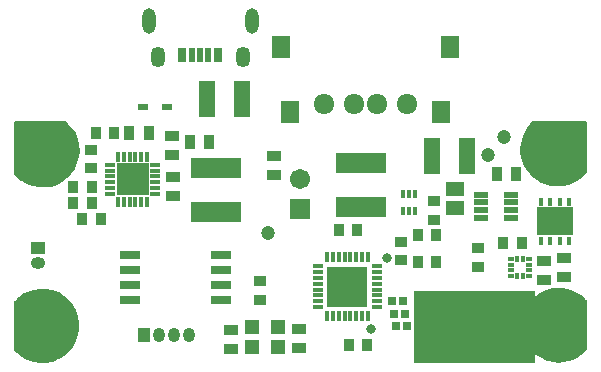
<source format=gbr>
%TF.GenerationSoftware,Altium Limited,Altium Designer,19.0.11 (319)*%
G04 Layer_Color=8388736*
%FSLAX26Y26*%
%MOIN*%
%TF.FileFunction,Soldermask,Top*%
%TF.Part,Single*%
G01*
G75*
%TA.AperFunction,SMDPad,CuDef*%
%ADD76R,0.035559X0.043433*%
%ADD81R,0.043433X0.035559*%
%ADD82R,0.046433X0.038000*%
%ADD83R,0.038000X0.046433*%
%TA.AperFunction,ComponentPad*%
%ADD84O,0.067055X0.070992*%
%ADD85R,0.059181X0.076898*%
%ADD86R,0.067055X0.067055*%
%ADD87C,0.067055*%
%ADD88R,0.048000X0.039496*%
%ADD89O,0.048000X0.039496*%
%TA.AperFunction,SMDPad,CuDef*%
%ADD90C,0.023000*%
%TA.AperFunction,ComponentPad*%
%ADD91O,0.039496X0.048000*%
%ADD92R,0.039496X0.048000*%
%ADD93O,0.043433X0.084772*%
%ADD94O,0.049339X0.069024*%
%TA.AperFunction,ViaPad*%
%ADD95C,0.165480*%
%TA.AperFunction,TestPad*%
%ADD96C,0.031622*%
%ADD97C,0.047370*%
%TA.AperFunction,ViaPad*%
%ADD98C,0.025716*%
%TA.AperFunction,SMDPad,CuDef*%
%ADD117R,0.019527X0.016378*%
%ADD118R,0.016378X0.019527*%
%ADD119R,0.132016X0.132016*%
%ADD120R,0.016323X0.036614*%
%ADD121R,0.036614X0.016323*%
%TA.AperFunction,ConnectorPad*%
%ADD122R,0.047370X0.086740*%
%ADD123R,0.118236X0.035559*%
%TA.AperFunction,SMDPad,CuDef*%
%ADD124R,0.068000X0.029000*%
%ADD125R,0.049087X0.023622*%
%ADD126R,0.035953X0.023866*%
%ADD127R,0.123622X0.092126*%
%ADD128R,0.017323X0.025197*%
%ADD129R,0.017716X0.031496*%
%ADD130R,0.111417X0.111417*%
%ADD131R,0.034252X0.015354*%
%ADD132R,0.015354X0.034252*%
%ADD133R,0.056819X0.118630*%
%ADD134R,0.165480X0.067055*%
%ADD135R,0.063118X0.047370*%
G04:AMPARAMS|DCode=136|XSize=29.654mil|YSize=29.654mil|CornerRadius=9.413mil|HoleSize=0mil|Usage=FLASHONLY|Rotation=0.000|XOffset=0mil|YOffset=0mil|HoleType=Round|Shape=RoundedRectangle|*
%AMROUNDEDRECTD136*
21,1,0.029654,0.010827,0,0,0.0*
21,1,0.010827,0.029654,0,0,0.0*
1,1,0.018827,0.005413,-0.005413*
1,1,0.018827,-0.005413,-0.005413*
1,1,0.018827,-0.005413,0.005413*
1,1,0.018827,0.005413,0.005413*
%
%ADD136ROUNDEDRECTD136*%
%ADD137R,0.029654X0.029654*%
%ADD138R,0.051307X0.046583*%
%TA.AperFunction,ConnectorPad*%
%ADD139R,0.029921X0.049606*%
%ADD140R,0.022047X0.049606*%
G36*
X1904534Y806174D02*
X1904786Y806157D01*
X1905051Y806140D01*
X1905054Y806139D01*
X1905057Y806139D01*
X1905310Y806088D01*
X1905565Y806037D01*
X1905568Y806036D01*
X1905572Y806036D01*
X1905831Y805947D01*
X1906062Y805869D01*
X1906064Y805867D01*
X1906068Y805866D01*
X1906308Y805748D01*
X1906532Y805637D01*
X1906535Y805635D01*
X1906538Y805634D01*
X1906752Y805490D01*
X1906968Y805346D01*
X1906970Y805343D01*
X1906973Y805342D01*
X1907167Y805171D01*
X1907362Y805000D01*
X1907364Y804997D01*
X1907367Y804995D01*
X1907530Y804809D01*
X1907708Y804606D01*
X1907710Y804603D01*
X1907712Y804600D01*
X1907850Y804393D01*
X1907999Y804170D01*
X1908001Y804167D01*
X1908002Y804164D01*
X1908116Y803934D01*
X1908231Y803699D01*
X1908232Y803696D01*
X1908234Y803693D01*
X1908313Y803457D01*
X1908400Y803203D01*
X1908400Y803200D01*
X1908401Y803197D01*
X1908453Y802935D01*
X1908502Y802689D01*
X1908502Y802686D01*
X1908503Y802682D01*
X1908520Y802410D01*
X1908536Y802165D01*
Y636811D01*
X1908531Y636734D01*
X1908533Y636658D01*
X1908514Y636476D01*
X1908502Y636288D01*
X1908487Y636211D01*
X1908479Y636137D01*
X1908437Y635959D01*
X1908400Y635774D01*
X1908375Y635700D01*
X1908357Y635627D01*
X1908292Y635456D01*
X1908231Y635277D01*
X1908197Y635207D01*
X1908170Y635137D01*
X1908082Y634975D01*
X1907999Y634807D01*
X1907956Y634743D01*
X1907920Y634676D01*
X1907812Y634526D01*
X1907708Y634371D01*
X1907657Y634313D01*
X1907612Y634251D01*
X1901301Y626646D01*
X1901255Y626597D01*
X1901215Y626545D01*
X1901076Y626408D01*
X1900941Y626265D01*
X1900889Y626223D01*
X1900842Y626176D01*
X1885905Y613231D01*
X1885852Y613190D01*
X1885803Y613145D01*
X1885643Y613032D01*
X1885487Y612914D01*
X1885430Y612881D01*
X1885375Y612842D01*
X1868525Y602510D01*
X1868466Y602479D01*
X1868411Y602442D01*
X1868234Y602357D01*
X1868061Y602266D01*
X1867999Y602243D01*
X1867939Y602213D01*
X1849627Y594771D01*
X1849564Y594750D01*
X1849504Y594723D01*
X1849315Y594668D01*
X1849130Y594606D01*
X1849064Y594593D01*
X1849001Y594575D01*
X1829720Y590223D01*
X1829654Y590212D01*
X1829590Y590196D01*
X1829396Y590172D01*
X1829202Y590141D01*
X1829135Y590139D01*
X1829069Y590131D01*
X1809336Y588986D01*
X1809270Y588987D01*
X1809204Y588981D01*
X1809006Y588989D01*
X1808812Y588990D01*
X1808747Y589000D01*
X1808680Y589002D01*
X1789025Y591095D01*
X1788959Y591107D01*
X1788893Y591112D01*
X1788703Y591151D01*
X1788508Y591185D01*
X1788444Y591205D01*
X1788380Y591218D01*
X1769330Y596493D01*
X1769267Y596515D01*
X1769203Y596531D01*
X1769021Y596601D01*
X1768835Y596666D01*
X1768776Y596696D01*
X1768714Y596720D01*
X1750782Y605034D01*
X1750723Y605066D01*
X1750662Y605092D01*
X1750494Y605192D01*
X1750322Y605285D01*
X1750268Y605325D01*
X1750211Y605359D01*
X1733877Y616490D01*
X1733825Y616531D01*
X1733769Y616567D01*
X1733619Y616692D01*
X1733464Y616813D01*
X1733417Y616861D01*
X1733367Y616903D01*
X1719070Y630553D01*
X1719025Y630602D01*
X1718976Y630646D01*
X1718847Y630796D01*
X1718715Y630939D01*
X1718677Y630993D01*
X1718634Y631044D01*
X1706758Y646845D01*
X1706722Y646901D01*
X1706680Y646952D01*
X1706579Y647119D01*
X1706472Y647284D01*
X1706443Y647343D01*
X1706408Y647400D01*
X1697273Y664929D01*
X1697245Y664990D01*
X1697213Y665048D01*
X1697141Y665228D01*
X1697061Y665409D01*
X1697043Y665473D01*
X1697018Y665534D01*
X1690867Y684319D01*
X1690851Y684384D01*
X1690828Y684446D01*
X1690786Y684637D01*
X1690737Y684827D01*
X1690729Y684893D01*
X1690715Y684958D01*
X1687715Y704495D01*
X1687709Y704562D01*
X1687697Y704627D01*
X1687686Y704820D01*
X1687669Y705017D01*
X1687672Y705084D01*
X1687669Y705150D01*
X1687899Y724915D01*
X1687904Y724981D01*
X1687903Y725048D01*
X1687925Y725244D01*
X1687940Y725438D01*
X1687953Y725502D01*
X1687961Y725569D01*
X1691416Y745030D01*
X1691432Y745095D01*
X1691441Y745161D01*
X1691494Y745349D01*
X1691541Y745539D01*
X1691565Y745601D01*
X1691583Y745665D01*
X1698170Y764302D01*
X1698197Y764363D01*
X1698217Y764426D01*
X1698300Y764603D01*
X1698377Y764784D01*
X1698411Y764840D01*
X1698439Y764901D01*
X1707981Y782211D01*
X1708017Y782268D01*
X1708047Y782326D01*
X1708158Y782488D01*
X1708264Y782653D01*
X1708307Y782703D01*
X1708345Y782759D01*
X1720585Y798278D01*
X1720630Y798328D01*
X1720669Y798381D01*
X1720805Y798522D01*
X1720936Y798668D01*
X1720987Y798711D01*
X1721033Y798759D01*
X1728339Y805415D01*
X1728474Y805523D01*
X1728603Y805636D01*
X1728678Y805685D01*
X1728748Y805742D01*
X1728898Y805832D01*
X1729040Y805927D01*
X1729120Y805966D01*
X1729198Y806013D01*
X1729356Y806082D01*
X1729511Y806158D01*
X1729596Y806187D01*
X1729678Y806222D01*
X1729843Y806270D01*
X1730007Y806325D01*
X1730096Y806343D01*
X1730182Y806368D01*
X1730351Y806393D01*
X1730522Y806427D01*
X1730612Y806433D01*
X1730700Y806446D01*
X1730872Y806449D01*
X1731045Y806460D01*
X1904534Y806174D01*
D02*
G37*
G36*
X170353Y806169D02*
X170428Y806171D01*
X170610Y806152D01*
X170799Y806140D01*
X170875Y806124D01*
X170950Y806117D01*
X171127Y806074D01*
X171313Y806037D01*
X171387Y806012D01*
X171460Y805995D01*
X171630Y805930D01*
X171810Y805869D01*
X171880Y805834D01*
X171950Y805808D01*
X172111Y805720D01*
X172280Y805637D01*
X172344Y805594D01*
X172411Y805558D01*
X172559Y805450D01*
X172716Y805346D01*
X172774Y805294D01*
X172835Y805250D01*
X180441Y798939D01*
X180490Y798893D01*
X180542Y798853D01*
X180679Y798714D01*
X180822Y798579D01*
X180864Y798527D01*
X180910Y798480D01*
X193856Y783543D01*
X193896Y783490D01*
X193941Y783441D01*
X194055Y783281D01*
X194173Y783125D01*
X194205Y783068D01*
X194244Y783013D01*
X204577Y766163D01*
X204608Y766104D01*
X204644Y766048D01*
X204730Y765872D01*
X204821Y765699D01*
X204844Y765637D01*
X204873Y765577D01*
X212315Y747265D01*
X212336Y747202D01*
X212363Y747141D01*
X212419Y746953D01*
X212481Y746768D01*
X212493Y746702D01*
X212512Y746638D01*
X216864Y727357D01*
X216874Y727292D01*
X216891Y727227D01*
X216915Y727034D01*
X216946Y726840D01*
X216947Y726773D01*
X216956Y726707D01*
X218100Y706974D01*
X218100Y706908D01*
X218106Y706841D01*
X218098Y706644D01*
X218096Y706450D01*
X218087Y706385D01*
X218084Y706317D01*
X215991Y686663D01*
X215980Y686597D01*
X215975Y686531D01*
X215935Y686340D01*
X215902Y686146D01*
X215882Y686082D01*
X215868Y686017D01*
X210594Y666968D01*
X210572Y666905D01*
X210556Y666841D01*
X210486Y666659D01*
X210421Y666473D01*
X210391Y666414D01*
X210367Y666352D01*
X202052Y648420D01*
X202020Y648361D01*
X201994Y648300D01*
X201895Y648131D01*
X201801Y647959D01*
X201762Y647906D01*
X201728Y647848D01*
X190596Y631515D01*
X190555Y631462D01*
X190520Y631406D01*
X190394Y631257D01*
X190273Y631102D01*
X190226Y631055D01*
X190183Y631004D01*
X176534Y616708D01*
X176485Y616663D01*
X176440Y616613D01*
X176291Y616485D01*
X176148Y616353D01*
X176093Y616315D01*
X176043Y616272D01*
X160242Y604396D01*
X160185Y604359D01*
X160134Y604318D01*
X159968Y604217D01*
X159803Y604109D01*
X159743Y604081D01*
X159686Y604046D01*
X142158Y594910D01*
X142096Y594883D01*
X142039Y594851D01*
X141859Y594779D01*
X141678Y594699D01*
X141614Y594680D01*
X141552Y594656D01*
X122768Y588505D01*
X122703Y588489D01*
X122641Y588466D01*
X122449Y588424D01*
X122260Y588375D01*
X122194Y588367D01*
X122129Y588353D01*
X102592Y585352D01*
X102525Y585347D01*
X102460Y585335D01*
X102267Y585324D01*
X102069Y585307D01*
X102002Y585310D01*
X101936Y585306D01*
X82172Y585537D01*
X82106Y585542D01*
X82039Y585541D01*
X81843Y585562D01*
X81649Y585577D01*
X81585Y585591D01*
X81518Y585598D01*
X62056Y589054D01*
X61992Y589070D01*
X61926Y589079D01*
X61738Y589132D01*
X61547Y589179D01*
X61485Y589203D01*
X61421Y589221D01*
X42785Y595808D01*
X42723Y595835D01*
X42660Y595855D01*
X42483Y595938D01*
X42303Y596015D01*
X42246Y596049D01*
X42186Y596077D01*
X24875Y605619D01*
X24819Y605655D01*
X24760Y605685D01*
X24599Y605796D01*
X24434Y605902D01*
X24383Y605944D01*
X24328Y605982D01*
X8809Y618223D01*
X8759Y618268D01*
X8706Y618307D01*
X8565Y618443D01*
X8419Y618574D01*
X8376Y618625D01*
X8328Y618671D01*
X1672Y625976D01*
X1564Y626111D01*
X1451Y626241D01*
X1401Y626315D01*
X1345Y626386D01*
X1255Y626535D01*
X1160Y626678D01*
X1121Y626758D01*
X1074Y626835D01*
X1005Y626994D01*
X929Y627148D01*
X900Y627234D01*
X864Y627316D01*
X816Y627481D01*
X761Y627645D01*
X744Y627734D01*
X719Y627820D01*
X693Y627989D01*
X660Y628160D01*
X654Y628250D01*
X641Y628338D01*
X637Y628510D01*
X626Y628683D01*
X913Y802172D01*
X930Y802423D01*
X947Y802689D01*
X948Y802692D01*
X948Y802695D01*
X999Y802948D01*
X1049Y803203D01*
X1050Y803206D01*
X1051Y803209D01*
X1140Y803469D01*
X1218Y803699D01*
X1219Y803702D01*
X1220Y803706D01*
X1339Y803945D01*
X1450Y804170D01*
X1452Y804173D01*
X1453Y804175D01*
X1597Y804389D01*
X1741Y804606D01*
X1743Y804608D01*
X1745Y804611D01*
X1916Y804805D01*
X2087Y805000D01*
X2089Y805002D01*
X2091Y805005D01*
X2278Y805167D01*
X2481Y805346D01*
X2484Y805348D01*
X2486Y805350D01*
X2693Y805487D01*
X2917Y805637D01*
X2920Y805638D01*
X2923Y805640D01*
X3153Y805753D01*
X3387Y805869D01*
X3391Y805870D01*
X3393Y805871D01*
X3630Y805951D01*
X3884Y806037D01*
X3887Y806038D01*
X3890Y806039D01*
X4152Y806091D01*
X4398Y806140D01*
X4401Y806140D01*
X4405Y806141D01*
X4676Y806158D01*
X4921Y806174D01*
X170276D01*
X170353Y806169D01*
D02*
G37*
G36*
X1830048Y249297D02*
X1830294Y249268D01*
X1830566Y249236D01*
X1845930Y246423D01*
X1846203Y246355D01*
X1846436Y246296D01*
X1846439Y246295D01*
D01*
D01*
X1861305Y241513D01*
X1861533Y241423D01*
X1861790Y241321D01*
X1875913Y234648D01*
X1876179Y234501D01*
X1876369Y234395D01*
X1876371Y234394D01*
X1876372D01*
X1876372Y234394D01*
X1889506Y225946D01*
X1889716Y225791D01*
X1889926Y225636D01*
X1901852Y215555D01*
X1901853Y215555D01*
X1901853Y215554D01*
X1901855Y215553D01*
X1902023Y215391D01*
X1902231Y215191D01*
X1907490Y209418D01*
X1907591Y209291D01*
X1907708Y209159D01*
X1907762Y209078D01*
X1907817Y209008D01*
X1907901Y208869D01*
X1907902Y208868D01*
X1907999Y208723D01*
X1908042Y208636D01*
X1908088Y208559D01*
X1908153Y208411D01*
X1908231Y208253D01*
X1908262Y208161D01*
X1908298Y208079D01*
X1908343Y207922D01*
X1908399Y207756D01*
X1908418Y207661D01*
X1908443Y207575D01*
X1908468Y207413D01*
X1908502Y207242D01*
X1908508Y207146D01*
X1908522Y207056D01*
X1908525Y206893D01*
X1908536Y206719D01*
X1908539Y45299D01*
X1908528Y45130D01*
X1908525Y44961D01*
X1908511Y44869D01*
X1908505Y44776D01*
X1908472Y44609D01*
X1908447Y44442D01*
X1908421Y44352D01*
X1908403Y44261D01*
X1908348Y44101D01*
X1908301Y43938D01*
X1908264Y43853D01*
X1908234Y43765D01*
X1908159Y43613D01*
X1908091Y43458D01*
X1908043Y43377D01*
X1908002Y43294D01*
X1907909Y43155D01*
X1907821Y43009D01*
X1907762Y42935D01*
X1907711Y42858D01*
X1907600Y42732D01*
X1907494Y42599D01*
X1902244Y36837D01*
X1902244Y36837D01*
X1902244Y36837D01*
X1902242Y36834D01*
X1902081Y36680D01*
X1901867Y36473D01*
X1889957Y26402D01*
X1889759Y26256D01*
X1889539Y26093D01*
X1876424Y17651D01*
X1876176Y17513D01*
X1875969Y17398D01*
X1875966Y17397D01*
X1875966Y17396D01*
X1875965Y17396D01*
X1861874Y10728D01*
X1861874Y10728D01*
X1861874D01*
X1861871Y10727D01*
X1861614Y10625D01*
X1861387Y10535D01*
X1861384Y10534D01*
X1861383Y10534D01*
X1861383Y10534D01*
X1846543Y5747D01*
X1846271Y5678D01*
X1846038Y5620D01*
X1846035Y5619D01*
X1846035Y5619D01*
X1846034Y5619D01*
X1830699Y2796D01*
X1830476Y2769D01*
X1830182Y2735D01*
X1814607Y1923D01*
X1814348Y1926D01*
X1814086Y1929D01*
X1798537Y3142D01*
X1798189Y3193D01*
X1798021Y3217D01*
X1798019Y3217D01*
X1798018Y3217D01*
X1798017Y3218D01*
X1782764Y6434D01*
X1782764Y6434D01*
X1782763Y6434D01*
X1782760Y6435D01*
X1782564Y6490D01*
X1782259Y6575D01*
X1767543Y11744D01*
X1767289Y11852D01*
X1767065Y11948D01*
X1753147Y18978D01*
X1753146Y18978D01*
X1753146Y18979D01*
X1753143Y18980D01*
X1752952Y19093D01*
X1752695Y19244D01*
X1739802Y28022D01*
X1739595Y28183D01*
X1739392Y28342D01*
X1735236Y32043D01*
Y0D01*
X1333661D01*
Y239173D01*
X1735236D01*
Y219978D01*
X1739172Y223501D01*
X1739419Y223695D01*
X1739583Y223823D01*
X1739584Y223824D01*
X1739585Y223825D01*
X1739586Y223825D01*
X1752473Y232639D01*
X1752473Y232639D01*
X1752474Y232640D01*
X1752475Y232641D01*
X1752666Y232754D01*
X1752924Y232907D01*
X1766852Y239977D01*
X1767163Y240110D01*
X1767332Y240182D01*
X1767334Y240183D01*
X1767334Y240183D01*
X1767335Y240183D01*
X1782060Y245385D01*
X1782358Y245468D01*
X1782561Y245526D01*
X1782563Y245526D01*
X1782564Y245527D01*
X1782565Y245527D01*
X1797840Y248773D01*
X1798080Y248808D01*
X1798356Y248848D01*
X1813924Y250084D01*
X1813924Y250084D01*
X1813925D01*
X1813927Y250084D01*
X1814133Y250087D01*
X1814448Y250092D01*
X1830048Y249297D01*
D02*
G37*
G36*
X86150Y248191D02*
X86231Y248194D01*
X106859Y247653D01*
X106941Y247646D01*
X107022Y247646D01*
X107202Y247622D01*
X107382Y247605D01*
X107461Y247587D01*
X107542Y247577D01*
X127775Y243521D01*
X127853Y243500D01*
X127934Y243485D01*
X128108Y243431D01*
X128281Y243384D01*
X128356Y243353D01*
X128435Y243328D01*
X147677Y235877D01*
X147751Y235843D01*
X147828Y235815D01*
X147989Y235732D01*
X148153Y235656D01*
X148222Y235612D01*
X148294Y235575D01*
X165982Y224946D01*
X166048Y224900D01*
X166120Y224859D01*
X166265Y224750D01*
X166412Y224648D01*
X166473Y224593D01*
X166538Y224543D01*
X182151Y211050D01*
X182209Y210993D01*
X182272Y210941D01*
X182396Y210809D01*
X182524Y210682D01*
X182574Y210618D01*
X182630Y210558D01*
X195709Y194597D01*
X195756Y194531D01*
X195810Y194469D01*
X195909Y194318D01*
X196014Y194171D01*
X196053Y194099D01*
X196097Y194030D01*
X206258Y176070D01*
X206294Y175997D01*
X206336Y175927D01*
X206408Y175761D01*
X206486Y175598D01*
X206512Y175521D01*
X206544Y175446D01*
X213489Y156014D01*
X213511Y155936D01*
X213541Y155859D01*
X213583Y155683D01*
X213632Y155510D01*
X213644Y155430D01*
X213664Y155350D01*
X217188Y135018D01*
X217196Y134936D01*
X217212Y134856D01*
X217224Y134677D01*
X217243Y134496D01*
X217241Y134415D01*
X217247Y134333D01*
X217246Y113698D01*
X217241Y113617D01*
X217243Y113535D01*
X217224Y113355D01*
X217212Y113175D01*
X217196Y113095D01*
X217188Y113013D01*
X213664Y92682D01*
X213644Y92603D01*
X213632Y92521D01*
X213583Y92347D01*
X213541Y92172D01*
X213511Y92096D01*
X213489Y92017D01*
X206544Y72586D01*
X206512Y72510D01*
X206486Y72433D01*
X206408Y72270D01*
X206336Y72105D01*
X206294Y72035D01*
X206258Y71961D01*
X196097Y54001D01*
X196053Y53933D01*
X196014Y53860D01*
X195908Y53712D01*
X195810Y53562D01*
X195757Y53501D01*
X195709Y53434D01*
X182630Y37473D01*
X182574Y37413D01*
X182524Y37349D01*
X182395Y37222D01*
X182272Y37090D01*
X182209Y37038D01*
X182151Y36981D01*
X166538Y23488D01*
X166473Y23439D01*
X166412Y23384D01*
X166263Y23280D01*
X166120Y23172D01*
X166049Y23132D01*
X165982Y23085D01*
X148294Y12457D01*
X148221Y12419D01*
X148153Y12375D01*
X147990Y12300D01*
X147828Y12216D01*
X147751Y12188D01*
X147677Y12154D01*
X128434Y4703D01*
X128356Y4678D01*
X128281Y4647D01*
X128107Y4600D01*
X127934Y4546D01*
X127853Y4532D01*
X127775Y4511D01*
X107542Y455D01*
X107461Y444D01*
X107382Y426D01*
X107202Y409D01*
X107022Y386D01*
X106941Y385D01*
X106859Y378D01*
X86231Y-163D01*
X86150Y-160D01*
X86068Y-164D01*
X85888Y-150D01*
X85707Y-143D01*
X85626Y-129D01*
X85545Y-122D01*
X65128Y2868D01*
X65049Y2885D01*
X64967Y2894D01*
X64793Y2939D01*
X64615Y2977D01*
X64538Y3005D01*
X64459Y3025D01*
X44852Y9458D01*
X44777Y9488D01*
X44698Y9512D01*
X44533Y9586D01*
X44366Y9653D01*
X44295Y9693D01*
X44220Y9727D01*
X26000Y19414D01*
X25930Y19457D01*
X25858Y19493D01*
X25708Y19594D01*
X25554Y19689D01*
X25491Y19741D01*
X25423Y19787D01*
X9125Y32443D01*
X9064Y32497D01*
X8998Y32546D01*
X8868Y32671D01*
X8733Y32791D01*
X8679Y32852D01*
X8620Y32909D01*
X1672Y40536D01*
X1566Y40669D01*
X1454Y40795D01*
X1403Y40873D01*
X1344Y40946D01*
X1257Y41092D01*
X1163Y41231D01*
X1122Y41315D01*
X1074Y41395D01*
X1006Y41550D01*
X931Y41702D01*
X901Y41790D01*
X864Y41876D01*
X817Y42038D01*
X763Y42198D01*
X744Y42290D01*
X719Y42379D01*
X694Y42546D01*
X660Y42713D01*
X654Y42806D01*
X640Y42898D01*
X637Y43067D01*
X626Y43236D01*
X626Y43237D01*
Y204796D01*
X637Y204964D01*
X640Y205134D01*
X654Y205226D01*
X660Y205319D01*
X694Y205485D01*
X719Y205652D01*
X745Y205741D01*
X763Y205833D01*
X817Y205993D01*
X864Y206156D01*
X901Y206242D01*
X931Y206330D01*
X1006Y206482D01*
X1074Y206636D01*
X1122Y206716D01*
X1163Y206800D01*
X1257Y206940D01*
X1345Y207085D01*
X1403Y207159D01*
X1455Y207236D01*
X1566Y207363D01*
X1672Y207495D01*
X8620Y215122D01*
X8679Y215178D01*
X8733Y215240D01*
X8869Y215361D01*
X8998Y215486D01*
X9064Y215534D01*
X9125Y215588D01*
X25423Y228244D01*
X25491Y228290D01*
X25554Y228342D01*
X25708Y228437D01*
X25858Y228538D01*
X25930Y228575D01*
X26000Y228618D01*
X44220Y238304D01*
X44294Y238338D01*
X44366Y238378D01*
X44535Y238446D01*
X44699Y238520D01*
X44777Y238543D01*
X44852Y238574D01*
X64459Y245006D01*
X64539Y245027D01*
X64615Y245054D01*
X64792Y245092D01*
X64967Y245137D01*
X65049Y245147D01*
X65128Y245164D01*
X85546Y248154D01*
X85627Y248160D01*
X85707Y248174D01*
X85888Y248181D01*
X86068Y248195D01*
X86150Y248191D01*
D02*
G37*
D76*
X1346063Y337599D02*
D03*
X1407874D02*
D03*
X1177559Y61031D02*
D03*
X1115748D02*
D03*
X1081299Y442913D02*
D03*
X1143110D02*
D03*
X197441Y588583D02*
D03*
X259252D02*
D03*
X271260Y765748D02*
D03*
X333071D02*
D03*
X227559Y480279D02*
D03*
X289370D02*
D03*
X259252Y534431D02*
D03*
X197441D02*
D03*
X1406890Y426181D02*
D03*
X1345079D02*
D03*
X1691339Y398778D02*
D03*
X1629528D02*
D03*
D81*
X1289352Y404921D02*
D03*
Y343110D02*
D03*
X819882Y210236D02*
D03*
Y272047D02*
D03*
X255905Y649606D02*
D03*
Y711417D02*
D03*
X1400591Y477895D02*
D03*
Y539706D02*
D03*
X1545276Y382874D02*
D03*
Y321063D02*
D03*
D82*
X1767716Y339976D02*
D03*
Y276165D02*
D03*
X530512Y556087D02*
D03*
Y619898D02*
D03*
X866142Y627543D02*
D03*
Y691354D02*
D03*
X526575Y694472D02*
D03*
Y758284D02*
D03*
X1832677Y286761D02*
D03*
Y350572D02*
D03*
X721457Y111433D02*
D03*
Y47622D02*
D03*
X949621Y51165D02*
D03*
Y114976D02*
D03*
D83*
X448244Y766732D02*
D03*
X384433D02*
D03*
X1609827Y630905D02*
D03*
X1673638D02*
D03*
X651000Y736221D02*
D03*
X587189D02*
D03*
D84*
X1309055Y863779D02*
D03*
X1210630D02*
D03*
X1131890D02*
D03*
X1033465D02*
D03*
D85*
X1423228Y838583D02*
D03*
X919291D02*
D03*
X889764Y1053543D02*
D03*
X1452756D02*
D03*
D86*
X953740Y512008D02*
D03*
D87*
Y612008D02*
D03*
D88*
X79724Y384252D02*
D03*
D89*
Y334252D02*
D03*
D90*
X1187992Y112205D02*
D03*
D91*
X583858Y93366D02*
D03*
X533858D02*
D03*
X483858D02*
D03*
D92*
X433858D02*
D03*
D93*
X448819Y1138780D02*
D03*
X791339D02*
D03*
D94*
X478346Y1019685D02*
D03*
X761811D02*
D03*
D95*
X1820866Y124016D02*
D03*
Y714567D02*
D03*
X88583Y124016D02*
D03*
Y714567D02*
D03*
D96*
X1187992Y112205D02*
D03*
X1242187Y349426D02*
D03*
D97*
X847441Y434055D02*
D03*
X1579926Y692913D02*
D03*
X1631398Y753052D02*
D03*
D98*
X1745669Y115158D02*
D03*
Y140748D02*
D03*
D117*
X1656693Y347997D02*
D03*
Y328312D02*
D03*
Y308627D02*
D03*
Y288941D02*
D03*
X1715354D02*
D03*
Y308627D02*
D03*
Y328312D02*
D03*
Y347997D02*
D03*
D118*
X1676181Y289138D02*
D03*
X1695866D02*
D03*
Y347800D02*
D03*
X1676181D02*
D03*
D119*
X1111220Y254921D02*
D03*
D120*
X1180118Y156496D02*
D03*
X1160433D02*
D03*
X1140748D02*
D03*
X1121063D02*
D03*
X1101378D02*
D03*
X1081693D02*
D03*
X1062008D02*
D03*
X1042323D02*
D03*
Y353346D02*
D03*
X1062008D02*
D03*
X1081693D02*
D03*
X1101378D02*
D03*
X1121063D02*
D03*
X1140748D02*
D03*
X1160433D02*
D03*
X1180118D02*
D03*
D121*
X1012795Y186024D02*
D03*
Y205709D02*
D03*
Y225394D02*
D03*
Y245079D02*
D03*
Y264764D02*
D03*
Y284449D02*
D03*
Y304134D02*
D03*
Y323819D02*
D03*
X1209646D02*
D03*
Y304134D02*
D03*
Y284449D02*
D03*
Y264764D02*
D03*
Y245079D02*
D03*
Y225394D02*
D03*
Y205709D02*
D03*
Y186024D02*
D03*
D122*
X1416339Y123031D02*
D03*
X1621063D02*
D03*
D123*
X1518701Y87598D02*
D03*
X1517716Y154528D02*
D03*
D124*
X688134Y211417D02*
D03*
Y261417D02*
D03*
Y311417D02*
D03*
Y361417D02*
D03*
X386669D02*
D03*
Y311417D02*
D03*
Y261417D02*
D03*
Y211417D02*
D03*
D125*
X1557087Y561220D02*
D03*
X1556890Y535630D02*
D03*
X1557087Y510039D02*
D03*
Y484449D02*
D03*
X1657087D02*
D03*
Y510039D02*
D03*
Y535630D02*
D03*
Y561220D02*
D03*
D126*
X508858Y852362D02*
D03*
X430118D02*
D03*
D127*
X1803150Y472441D02*
D03*
D128*
X1755906Y407480D02*
D03*
X1787402D02*
D03*
X1818898D02*
D03*
X1850394D02*
D03*
X1755906Y537402D02*
D03*
X1787402D02*
D03*
X1818898D02*
D03*
X1850394D02*
D03*
D129*
X1336614Y563386D02*
D03*
X1316929D02*
D03*
X1297244D02*
D03*
Y505512D02*
D03*
X1316929D02*
D03*
X1336614D02*
D03*
D130*
X394685Y612205D02*
D03*
D131*
X470276Y661417D02*
D03*
Y641732D02*
D03*
Y622047D02*
D03*
Y602362D02*
D03*
Y582677D02*
D03*
Y562992D02*
D03*
X319094D02*
D03*
Y582677D02*
D03*
Y602362D02*
D03*
Y622047D02*
D03*
Y641732D02*
D03*
Y661417D02*
D03*
D132*
X443898Y536614D02*
D03*
X424213D02*
D03*
X404528D02*
D03*
X384843D02*
D03*
X365158D02*
D03*
X345473D02*
D03*
Y687795D02*
D03*
X365158D02*
D03*
X384843D02*
D03*
X404528D02*
D03*
X424213D02*
D03*
X443898D02*
D03*
D133*
X759252Y878937D02*
D03*
X642323D02*
D03*
X1392323Y691929D02*
D03*
X1509252D02*
D03*
D134*
X674213Y502953D02*
D03*
Y648622D02*
D03*
X1157480Y521654D02*
D03*
Y667323D02*
D03*
D135*
X1470506Y580905D02*
D03*
Y515551D02*
D03*
D136*
X1266717Y164370D02*
D03*
X1304150D02*
D03*
X1259827Y205709D02*
D03*
X1311039Y123031D02*
D03*
D137*
X1297260Y205709D02*
D03*
X1273606Y123031D02*
D03*
D138*
X794291Y53150D02*
D03*
X880905D02*
D03*
Y120079D02*
D03*
X794291D02*
D03*
D139*
X559055Y1025591D02*
D03*
X681102D02*
D03*
D140*
X594488D02*
D03*
X620079D02*
D03*
X645669D02*
D03*
%TF.MD5,2f6f260b976fdc1c50717a6278411e7e*%
M02*

</source>
